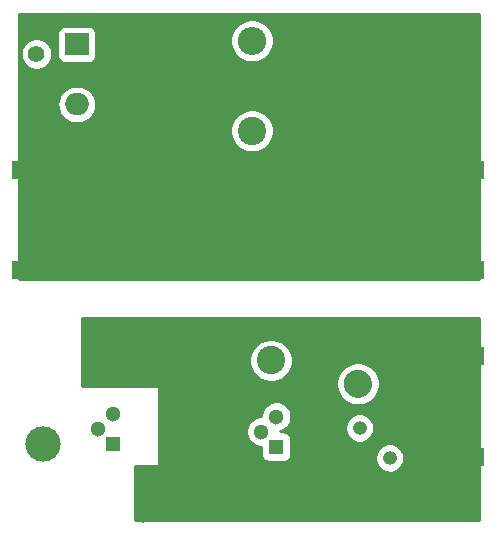
<source format=gbr>
%TF.GenerationSoftware,KiCad,Pcbnew,5.1.7-a382d34a88~89~ubuntu20.04.1*%
%TF.CreationDate,2021-11-17T19:13:42+01:00*%
%TF.ProjectId,miniWhip,6d696e69-5768-4697-902e-6b696361645f,rev?*%
%TF.SameCoordinates,Original*%
%TF.FileFunction,Copper,L2,Bot*%
%TF.FilePolarity,Positive*%
%FSLAX46Y46*%
G04 Gerber Fmt 4.6, Leading zero omitted, Abs format (unit mm)*
G04 Created by KiCad (PCBNEW 5.1.7-a382d34a88~89~ubuntu20.04.1) date 2021-11-17 19:13:42*
%MOMM*%
%LPD*%
G01*
G04 APERTURE LIST*
%TA.AperFunction,ComponentPad*%
%ADD10R,1.300000X1.300000*%
%TD*%
%TA.AperFunction,ComponentPad*%
%ADD11C,1.300000*%
%TD*%
%TA.AperFunction,ComponentPad*%
%ADD12C,1.400000*%
%TD*%
%TA.AperFunction,ComponentPad*%
%ADD13O,2.000000X1.905000*%
%TD*%
%TA.AperFunction,ComponentPad*%
%ADD14R,2.000000X1.905000*%
%TD*%
%TA.AperFunction,ComponentPad*%
%ADD15O,2.400000X2.400000*%
%TD*%
%TA.AperFunction,ComponentPad*%
%ADD16C,2.400000*%
%TD*%
%TA.AperFunction,SMDPad,CuDef*%
%ADD17R,5.080000X1.500000*%
%TD*%
%TA.AperFunction,ComponentPad*%
%ADD18C,3.000000*%
%TD*%
%TA.AperFunction,ComponentPad*%
%ADD19O,1.200000X1.600000*%
%TD*%
%TA.AperFunction,ComponentPad*%
%ADD20O,1.200000X1.200000*%
%TD*%
%TA.AperFunction,ViaPad*%
%ADD21C,0.800000*%
%TD*%
%TA.AperFunction,Conductor*%
%ADD22C,0.254000*%
%TD*%
%TA.AperFunction,Conductor*%
%ADD23C,0.100000*%
%TD*%
G04 APERTURE END LIST*
D10*
%TO.P,Q1,1*%
%TO.N,Net-(D5-Pad2)*%
X39621000Y-66324000D03*
D11*
%TO.P,Q1,3*%
%TO.N,Net-(C11-Pad1)*%
X39621000Y-63784000D03*
%TO.P,Q1,2*%
%TO.N,Net-(C13-Pad1)*%
X38351000Y-65054000D03*
%TD*%
D12*
%TO.P,TP2,2*%
%TO.N,GND*%
X33121000Y-35864000D03*
%TO.P,TP2,1*%
%TO.N,Net-(C15-Pad1)*%
X33121000Y-33324000D03*
%TD*%
D13*
%TO.P,U2,3*%
%TO.N,Net-(C17-Pad1)*%
X36521000Y-37604000D03*
%TO.P,U2,2*%
%TO.N,GND*%
X36521000Y-35064000D03*
D14*
%TO.P,U2,1*%
%TO.N,Net-(C15-Pad1)*%
X36521000Y-32524000D03*
%TD*%
D15*
%TO.P,R23,2*%
%TO.N,Net-(C17-Pad1)*%
X51371000Y-32204000D03*
D16*
%TO.P,R23,1*%
%TO.N,Net-(L1-Pad2)*%
X51371000Y-39824000D03*
%TD*%
D17*
%TO.P,J6,2*%
%TO.N,GND*%
X68471000Y-43124000D03*
X68471000Y-51624000D03*
%TD*%
%TO.P,J5,2*%
%TO.N,GND*%
X33571000Y-51624000D03*
X33571000Y-43124000D03*
%TD*%
D18*
%TO.P,TP1,1*%
%TO.N,Net-(D5-Pad2)*%
X33671000Y-66374000D03*
%TD*%
D17*
%TO.P,J4,2*%
%TO.N,GND*%
X68471000Y-67424000D03*
X68471000Y-58924000D03*
%TD*%
D10*
%TO.P,Q2,1*%
%TO.N,Net-(Q2-Pad1)*%
X53421000Y-66574000D03*
D11*
%TO.P,Q2,3*%
%TO.N,Net-(Q2-Pad3)*%
X53421000Y-64034000D03*
%TO.P,Q2,2*%
%TO.N,Net-(C13-Pad2)*%
X52151000Y-65304000D03*
%TD*%
D19*
%TO.P,Q3,1*%
%TO.N,GND*%
X60471000Y-70074000D03*
D20*
%TO.P,Q3,2*%
%TO.N,Net-(Q2-Pad1)*%
X63011000Y-67534000D03*
%TO.P,Q3,3*%
%TO.N,Net-(Q2-Pad3)*%
X60471000Y-64994000D03*
%TD*%
D16*
%TO.P,R19,1*%
%TO.N,Net-(C11-Pad1)*%
X52971000Y-59274000D03*
%TO.P,R19,2*%
%TO.N,Net-(Q2-Pad3)*%
%TA.AperFunction,ComponentPad*%
G36*
G01*
X59172244Y-60935618D02*
X59172244Y-60935618D01*
G75*
G02*
X60641938Y-60087090I1159111J-310583D01*
G01*
X60641938Y-60087090D01*
G75*
G02*
X61490466Y-61556784I-310583J-1159111D01*
G01*
X61490466Y-61556784D01*
G75*
G02*
X60020772Y-62405312I-1159111J310583D01*
G01*
X60020772Y-62405312D01*
G75*
G02*
X59172244Y-60935618I310583J1159111D01*
G01*
G37*
%TD.AperFunction*%
%TD*%
D21*
%TO.N,GND*%
X40721000Y-39524000D03*
X40721000Y-34324000D03*
X40721000Y-32624000D03*
X42621000Y-34074000D03*
X42621000Y-32574000D03*
X42621000Y-39574000D03*
X66471000Y-39574000D03*
X64871000Y-39574000D03*
X64871000Y-38074000D03*
X66471000Y-38074000D03*
X66471000Y-41074000D03*
X64871000Y-41074000D03*
X35971000Y-43174000D03*
X34871000Y-43174000D03*
X33771000Y-43174000D03*
X32671000Y-43174000D03*
X31571000Y-43174000D03*
X42121000Y-72574000D03*
X48471000Y-72074000D03*
X44171000Y-69674000D03*
X53371000Y-72274000D03*
X70471000Y-67374000D03*
X69471000Y-67374000D03*
X68471000Y-67374000D03*
X67471000Y-67374000D03*
X66371000Y-67374000D03*
X64371000Y-57174000D03*
X48471000Y-63774000D03*
X50271000Y-63774000D03*
X49471000Y-62474000D03*
X52271000Y-62174000D03*
X54571000Y-62174000D03*
X58371000Y-63374000D03*
X55671000Y-63374000D03*
X62971000Y-64574000D03*
X44371000Y-71974000D03*
X51871000Y-72324000D03*
X50371000Y-72324000D03*
X55371000Y-72324000D03*
X57121000Y-72324000D03*
X58871000Y-72324000D03*
X60621000Y-72324000D03*
X62371000Y-72324000D03*
X64121000Y-72324000D03*
X66121000Y-72324000D03*
X68121000Y-72324000D03*
X70121000Y-72324000D03*
X70121000Y-70574000D03*
X70121000Y-68824000D03*
X61871000Y-70074000D03*
X59121000Y-70074000D03*
X61871000Y-71074000D03*
X59121000Y-71074000D03*
X59121000Y-69074000D03*
X61871000Y-69074000D03*
X62871000Y-71074000D03*
X62871000Y-70074000D03*
X62871000Y-69074000D03*
X58121000Y-69074000D03*
X58121000Y-70074000D03*
X58121000Y-71074000D03*
X37871000Y-58074000D03*
X39121000Y-57174000D03*
X40871000Y-57174000D03*
X42621000Y-57174000D03*
X44621000Y-57174000D03*
X46621000Y-57174000D03*
X48621000Y-57174000D03*
X50871000Y-57174000D03*
X53371000Y-57174000D03*
X55621000Y-57174000D03*
X57871000Y-57174000D03*
X60121000Y-57174000D03*
X62371000Y-57174000D03*
X66371000Y-58874000D03*
X70471000Y-58874000D03*
X68471000Y-58874000D03*
X69471000Y-58874000D03*
X67471000Y-58874000D03*
X34871000Y-51674000D03*
X31571000Y-51674000D03*
X35971000Y-51674000D03*
X32671000Y-51674000D03*
X33771000Y-51674000D03*
X68271000Y-43174000D03*
X66071000Y-43174000D03*
X67171000Y-43174000D03*
X69371000Y-43174000D03*
X70471000Y-43174000D03*
X65971000Y-51674000D03*
X70371000Y-51674000D03*
X69271000Y-51674000D03*
X67071000Y-51674000D03*
X68171000Y-51674000D03*
X56871000Y-61174000D03*
X68121000Y-70574000D03*
X66121000Y-70574000D03*
X64121000Y-70574000D03*
X64121000Y-68824000D03*
X66121000Y-68824000D03*
X68121000Y-68824000D03*
%TD*%
D22*
%TO.N,GND*%
X70587000Y-72814000D02*
X41498000Y-72814000D01*
X41498000Y-68201000D01*
X43371000Y-68201000D01*
X43395776Y-68198560D01*
X43419601Y-68191333D01*
X43441557Y-68179597D01*
X43460803Y-68163803D01*
X43476597Y-68144557D01*
X43488333Y-68122601D01*
X43495560Y-68098776D01*
X43498000Y-68074000D01*
X43498000Y-65177439D01*
X50866000Y-65177439D01*
X50866000Y-65430561D01*
X50915381Y-65678821D01*
X51012247Y-65912676D01*
X51152875Y-66123140D01*
X51331860Y-66302125D01*
X51542324Y-66442753D01*
X51776179Y-66539619D01*
X52024439Y-66589000D01*
X52132928Y-66589000D01*
X52132928Y-67224000D01*
X52145188Y-67348482D01*
X52181498Y-67468180D01*
X52240463Y-67578494D01*
X52319815Y-67675185D01*
X52416506Y-67754537D01*
X52526820Y-67813502D01*
X52646518Y-67849812D01*
X52771000Y-67862072D01*
X54071000Y-67862072D01*
X54195482Y-67849812D01*
X54315180Y-67813502D01*
X54425494Y-67754537D01*
X54522185Y-67675185D01*
X54601537Y-67578494D01*
X54660502Y-67468180D01*
X54677433Y-67412363D01*
X61776000Y-67412363D01*
X61776000Y-67655637D01*
X61823460Y-67894236D01*
X61916557Y-68118992D01*
X62051713Y-68321267D01*
X62223733Y-68493287D01*
X62426008Y-68628443D01*
X62650764Y-68721540D01*
X62889363Y-68769000D01*
X63132637Y-68769000D01*
X63371236Y-68721540D01*
X63595992Y-68628443D01*
X63798267Y-68493287D01*
X63970287Y-68321267D01*
X64105443Y-68118992D01*
X64198540Y-67894236D01*
X64246000Y-67655637D01*
X64246000Y-67412363D01*
X64198540Y-67173764D01*
X64105443Y-66949008D01*
X63970287Y-66746733D01*
X63798267Y-66574713D01*
X63595992Y-66439557D01*
X63371236Y-66346460D01*
X63132637Y-66299000D01*
X62889363Y-66299000D01*
X62650764Y-66346460D01*
X62426008Y-66439557D01*
X62223733Y-66574713D01*
X62051713Y-66746733D01*
X61916557Y-66949008D01*
X61823460Y-67173764D01*
X61776000Y-67412363D01*
X54677433Y-67412363D01*
X54696812Y-67348482D01*
X54709072Y-67224000D01*
X54709072Y-65924000D01*
X54696812Y-65799518D01*
X54660502Y-65679820D01*
X54601537Y-65569506D01*
X54522185Y-65472815D01*
X54425494Y-65393463D01*
X54315180Y-65334498D01*
X54195482Y-65298188D01*
X54071000Y-65285928D01*
X53713828Y-65285928D01*
X53795821Y-65269619D01*
X54029676Y-65172753D01*
X54240140Y-65032125D01*
X54399902Y-64872363D01*
X59236000Y-64872363D01*
X59236000Y-65115637D01*
X59283460Y-65354236D01*
X59376557Y-65578992D01*
X59511713Y-65781267D01*
X59683733Y-65953287D01*
X59886008Y-66088443D01*
X60110764Y-66181540D01*
X60349363Y-66229000D01*
X60592637Y-66229000D01*
X60831236Y-66181540D01*
X61055992Y-66088443D01*
X61258267Y-65953287D01*
X61430287Y-65781267D01*
X61565443Y-65578992D01*
X61658540Y-65354236D01*
X61706000Y-65115637D01*
X61706000Y-64872363D01*
X61658540Y-64633764D01*
X61565443Y-64409008D01*
X61430287Y-64206733D01*
X61258267Y-64034713D01*
X61055992Y-63899557D01*
X60831236Y-63806460D01*
X60592637Y-63759000D01*
X60349363Y-63759000D01*
X60110764Y-63806460D01*
X59886008Y-63899557D01*
X59683733Y-64034713D01*
X59511713Y-64206733D01*
X59376557Y-64409008D01*
X59283460Y-64633764D01*
X59236000Y-64872363D01*
X54399902Y-64872363D01*
X54419125Y-64853140D01*
X54559753Y-64642676D01*
X54656619Y-64408821D01*
X54706000Y-64160561D01*
X54706000Y-63907439D01*
X54656619Y-63659179D01*
X54559753Y-63425324D01*
X54419125Y-63214860D01*
X54240140Y-63035875D01*
X54029676Y-62895247D01*
X53795821Y-62798381D01*
X53547561Y-62749000D01*
X53294439Y-62749000D01*
X53046179Y-62798381D01*
X52812324Y-62895247D01*
X52601860Y-63035875D01*
X52422875Y-63214860D01*
X52282247Y-63425324D01*
X52185381Y-63659179D01*
X52136000Y-63907439D01*
X52136000Y-64019000D01*
X52024439Y-64019000D01*
X51776179Y-64068381D01*
X51542324Y-64165247D01*
X51331860Y-64305875D01*
X51152875Y-64484860D01*
X51012247Y-64695324D01*
X50915381Y-64929179D01*
X50866000Y-65177439D01*
X43498000Y-65177439D01*
X43498000Y-61574000D01*
X43495560Y-61549224D01*
X43488333Y-61525399D01*
X43476597Y-61503443D01*
X43460803Y-61484197D01*
X43441557Y-61468403D01*
X43419601Y-61456667D01*
X43395776Y-61449440D01*
X43371000Y-61447000D01*
X36998000Y-61447000D01*
X36998000Y-59093268D01*
X51136000Y-59093268D01*
X51136000Y-59454732D01*
X51206518Y-59809250D01*
X51344844Y-60143199D01*
X51545662Y-60443744D01*
X51801256Y-60699338D01*
X52101801Y-60900156D01*
X52435750Y-61038482D01*
X52790268Y-61109000D01*
X53151732Y-61109000D01*
X53370577Y-61065469D01*
X58496355Y-61065469D01*
X58496355Y-61426933D01*
X58566873Y-61781451D01*
X58705199Y-62115400D01*
X58906017Y-62415945D01*
X59161611Y-62671539D01*
X59462156Y-62872357D01*
X59796105Y-63010683D01*
X60150623Y-63081201D01*
X60512087Y-63081201D01*
X60866605Y-63010683D01*
X61200554Y-62872357D01*
X61501099Y-62671539D01*
X61756693Y-62415945D01*
X61957511Y-62115400D01*
X62095837Y-61781451D01*
X62166355Y-61426933D01*
X62166355Y-61065469D01*
X62095837Y-60710951D01*
X61957511Y-60377002D01*
X61756693Y-60076457D01*
X61501099Y-59820863D01*
X61200554Y-59620045D01*
X60866605Y-59481719D01*
X60512087Y-59411201D01*
X60150623Y-59411201D01*
X59796105Y-59481719D01*
X59462156Y-59620045D01*
X59161611Y-59820863D01*
X58906017Y-60076457D01*
X58705199Y-60377002D01*
X58566873Y-60710951D01*
X58496355Y-61065469D01*
X53370577Y-61065469D01*
X53506250Y-61038482D01*
X53840199Y-60900156D01*
X54140744Y-60699338D01*
X54396338Y-60443744D01*
X54597156Y-60143199D01*
X54735482Y-59809250D01*
X54806000Y-59454732D01*
X54806000Y-59093268D01*
X54735482Y-58738750D01*
X54597156Y-58404801D01*
X54396338Y-58104256D01*
X54140744Y-57848662D01*
X53840199Y-57647844D01*
X53506250Y-57509518D01*
X53151732Y-57439000D01*
X52790268Y-57439000D01*
X52435750Y-57509518D01*
X52101801Y-57647844D01*
X51801256Y-57848662D01*
X51545662Y-58104256D01*
X51344844Y-58404801D01*
X51206518Y-58738750D01*
X51136000Y-59093268D01*
X36998000Y-59093268D01*
X36998000Y-55701000D01*
X70587000Y-55701000D01*
X70587000Y-72814000D01*
%TA.AperFunction,Conductor*%
D23*
G36*
X70587000Y-72814000D02*
G01*
X41498000Y-72814000D01*
X41498000Y-68201000D01*
X43371000Y-68201000D01*
X43395776Y-68198560D01*
X43419601Y-68191333D01*
X43441557Y-68179597D01*
X43460803Y-68163803D01*
X43476597Y-68144557D01*
X43488333Y-68122601D01*
X43495560Y-68098776D01*
X43498000Y-68074000D01*
X43498000Y-65177439D01*
X50866000Y-65177439D01*
X50866000Y-65430561D01*
X50915381Y-65678821D01*
X51012247Y-65912676D01*
X51152875Y-66123140D01*
X51331860Y-66302125D01*
X51542324Y-66442753D01*
X51776179Y-66539619D01*
X52024439Y-66589000D01*
X52132928Y-66589000D01*
X52132928Y-67224000D01*
X52145188Y-67348482D01*
X52181498Y-67468180D01*
X52240463Y-67578494D01*
X52319815Y-67675185D01*
X52416506Y-67754537D01*
X52526820Y-67813502D01*
X52646518Y-67849812D01*
X52771000Y-67862072D01*
X54071000Y-67862072D01*
X54195482Y-67849812D01*
X54315180Y-67813502D01*
X54425494Y-67754537D01*
X54522185Y-67675185D01*
X54601537Y-67578494D01*
X54660502Y-67468180D01*
X54677433Y-67412363D01*
X61776000Y-67412363D01*
X61776000Y-67655637D01*
X61823460Y-67894236D01*
X61916557Y-68118992D01*
X62051713Y-68321267D01*
X62223733Y-68493287D01*
X62426008Y-68628443D01*
X62650764Y-68721540D01*
X62889363Y-68769000D01*
X63132637Y-68769000D01*
X63371236Y-68721540D01*
X63595992Y-68628443D01*
X63798267Y-68493287D01*
X63970287Y-68321267D01*
X64105443Y-68118992D01*
X64198540Y-67894236D01*
X64246000Y-67655637D01*
X64246000Y-67412363D01*
X64198540Y-67173764D01*
X64105443Y-66949008D01*
X63970287Y-66746733D01*
X63798267Y-66574713D01*
X63595992Y-66439557D01*
X63371236Y-66346460D01*
X63132637Y-66299000D01*
X62889363Y-66299000D01*
X62650764Y-66346460D01*
X62426008Y-66439557D01*
X62223733Y-66574713D01*
X62051713Y-66746733D01*
X61916557Y-66949008D01*
X61823460Y-67173764D01*
X61776000Y-67412363D01*
X54677433Y-67412363D01*
X54696812Y-67348482D01*
X54709072Y-67224000D01*
X54709072Y-65924000D01*
X54696812Y-65799518D01*
X54660502Y-65679820D01*
X54601537Y-65569506D01*
X54522185Y-65472815D01*
X54425494Y-65393463D01*
X54315180Y-65334498D01*
X54195482Y-65298188D01*
X54071000Y-65285928D01*
X53713828Y-65285928D01*
X53795821Y-65269619D01*
X54029676Y-65172753D01*
X54240140Y-65032125D01*
X54399902Y-64872363D01*
X59236000Y-64872363D01*
X59236000Y-65115637D01*
X59283460Y-65354236D01*
X59376557Y-65578992D01*
X59511713Y-65781267D01*
X59683733Y-65953287D01*
X59886008Y-66088443D01*
X60110764Y-66181540D01*
X60349363Y-66229000D01*
X60592637Y-66229000D01*
X60831236Y-66181540D01*
X61055992Y-66088443D01*
X61258267Y-65953287D01*
X61430287Y-65781267D01*
X61565443Y-65578992D01*
X61658540Y-65354236D01*
X61706000Y-65115637D01*
X61706000Y-64872363D01*
X61658540Y-64633764D01*
X61565443Y-64409008D01*
X61430287Y-64206733D01*
X61258267Y-64034713D01*
X61055992Y-63899557D01*
X60831236Y-63806460D01*
X60592637Y-63759000D01*
X60349363Y-63759000D01*
X60110764Y-63806460D01*
X59886008Y-63899557D01*
X59683733Y-64034713D01*
X59511713Y-64206733D01*
X59376557Y-64409008D01*
X59283460Y-64633764D01*
X59236000Y-64872363D01*
X54399902Y-64872363D01*
X54419125Y-64853140D01*
X54559753Y-64642676D01*
X54656619Y-64408821D01*
X54706000Y-64160561D01*
X54706000Y-63907439D01*
X54656619Y-63659179D01*
X54559753Y-63425324D01*
X54419125Y-63214860D01*
X54240140Y-63035875D01*
X54029676Y-62895247D01*
X53795821Y-62798381D01*
X53547561Y-62749000D01*
X53294439Y-62749000D01*
X53046179Y-62798381D01*
X52812324Y-62895247D01*
X52601860Y-63035875D01*
X52422875Y-63214860D01*
X52282247Y-63425324D01*
X52185381Y-63659179D01*
X52136000Y-63907439D01*
X52136000Y-64019000D01*
X52024439Y-64019000D01*
X51776179Y-64068381D01*
X51542324Y-64165247D01*
X51331860Y-64305875D01*
X51152875Y-64484860D01*
X51012247Y-64695324D01*
X50915381Y-64929179D01*
X50866000Y-65177439D01*
X43498000Y-65177439D01*
X43498000Y-61574000D01*
X43495560Y-61549224D01*
X43488333Y-61525399D01*
X43476597Y-61503443D01*
X43460803Y-61484197D01*
X43441557Y-61468403D01*
X43419601Y-61456667D01*
X43395776Y-61449440D01*
X43371000Y-61447000D01*
X36998000Y-61447000D01*
X36998000Y-59093268D01*
X51136000Y-59093268D01*
X51136000Y-59454732D01*
X51206518Y-59809250D01*
X51344844Y-60143199D01*
X51545662Y-60443744D01*
X51801256Y-60699338D01*
X52101801Y-60900156D01*
X52435750Y-61038482D01*
X52790268Y-61109000D01*
X53151732Y-61109000D01*
X53370577Y-61065469D01*
X58496355Y-61065469D01*
X58496355Y-61426933D01*
X58566873Y-61781451D01*
X58705199Y-62115400D01*
X58906017Y-62415945D01*
X59161611Y-62671539D01*
X59462156Y-62872357D01*
X59796105Y-63010683D01*
X60150623Y-63081201D01*
X60512087Y-63081201D01*
X60866605Y-63010683D01*
X61200554Y-62872357D01*
X61501099Y-62671539D01*
X61756693Y-62415945D01*
X61957511Y-62115400D01*
X62095837Y-61781451D01*
X62166355Y-61426933D01*
X62166355Y-61065469D01*
X62095837Y-60710951D01*
X61957511Y-60377002D01*
X61756693Y-60076457D01*
X61501099Y-59820863D01*
X61200554Y-59620045D01*
X60866605Y-59481719D01*
X60512087Y-59411201D01*
X60150623Y-59411201D01*
X59796105Y-59481719D01*
X59462156Y-59620045D01*
X59161611Y-59820863D01*
X58906017Y-60076457D01*
X58705199Y-60377002D01*
X58566873Y-60710951D01*
X58496355Y-61065469D01*
X53370577Y-61065469D01*
X53506250Y-61038482D01*
X53840199Y-60900156D01*
X54140744Y-60699338D01*
X54396338Y-60443744D01*
X54597156Y-60143199D01*
X54735482Y-59809250D01*
X54806000Y-59454732D01*
X54806000Y-59093268D01*
X54735482Y-58738750D01*
X54597156Y-58404801D01*
X54396338Y-58104256D01*
X54140744Y-57848662D01*
X53840199Y-57647844D01*
X53506250Y-57509518D01*
X53151732Y-57439000D01*
X52790268Y-57439000D01*
X52435750Y-57509518D01*
X52101801Y-57647844D01*
X51801256Y-57848662D01*
X51545662Y-58104256D01*
X51344844Y-58404801D01*
X51206518Y-58738750D01*
X51136000Y-59093268D01*
X36998000Y-59093268D01*
X36998000Y-55701000D01*
X70587000Y-55701000D01*
X70587000Y-72814000D01*
G37*
%TD.AperFunction*%
%TD*%
D22*
%TO.N,GND*%
X70587000Y-52347000D02*
X31631000Y-52347000D01*
X31631000Y-39643268D01*
X49536000Y-39643268D01*
X49536000Y-40004732D01*
X49606518Y-40359250D01*
X49744844Y-40693199D01*
X49945662Y-40993744D01*
X50201256Y-41249338D01*
X50501801Y-41450156D01*
X50835750Y-41588482D01*
X51190268Y-41659000D01*
X51551732Y-41659000D01*
X51906250Y-41588482D01*
X52240199Y-41450156D01*
X52540744Y-41249338D01*
X52796338Y-40993744D01*
X52997156Y-40693199D01*
X53135482Y-40359250D01*
X53206000Y-40004732D01*
X53206000Y-39643268D01*
X53135482Y-39288750D01*
X52997156Y-38954801D01*
X52796338Y-38654256D01*
X52540744Y-38398662D01*
X52240199Y-38197844D01*
X51906250Y-38059518D01*
X51551732Y-37989000D01*
X51190268Y-37989000D01*
X50835750Y-38059518D01*
X50501801Y-38197844D01*
X50201256Y-38398662D01*
X49945662Y-38654256D01*
X49744844Y-38954801D01*
X49606518Y-39288750D01*
X49536000Y-39643268D01*
X31631000Y-39643268D01*
X31631000Y-37604000D01*
X34878319Y-37604000D01*
X34908970Y-37915204D01*
X34999745Y-38214449D01*
X35147155Y-38490235D01*
X35345537Y-38731963D01*
X35587265Y-38930345D01*
X35863051Y-39077755D01*
X36162296Y-39168530D01*
X36395514Y-39191500D01*
X36646486Y-39191500D01*
X36879704Y-39168530D01*
X37178949Y-39077755D01*
X37454735Y-38930345D01*
X37696463Y-38731963D01*
X37894845Y-38490235D01*
X38042255Y-38214449D01*
X38133030Y-37915204D01*
X38163681Y-37604000D01*
X38133030Y-37292796D01*
X38042255Y-36993551D01*
X37894845Y-36717765D01*
X37696463Y-36476037D01*
X37454735Y-36277655D01*
X37178949Y-36130245D01*
X36879704Y-36039470D01*
X36646486Y-36016500D01*
X36395514Y-36016500D01*
X36162296Y-36039470D01*
X35863051Y-36130245D01*
X35587265Y-36277655D01*
X35345537Y-36476037D01*
X35147155Y-36717765D01*
X34999745Y-36993551D01*
X34908970Y-37292796D01*
X34878319Y-37604000D01*
X31631000Y-37604000D01*
X31631000Y-33192514D01*
X31786000Y-33192514D01*
X31786000Y-33455486D01*
X31837304Y-33713405D01*
X31937939Y-33956359D01*
X32084038Y-34175013D01*
X32269987Y-34360962D01*
X32488641Y-34507061D01*
X32731595Y-34607696D01*
X32989514Y-34659000D01*
X33252486Y-34659000D01*
X33510405Y-34607696D01*
X33753359Y-34507061D01*
X33972013Y-34360962D01*
X34157962Y-34175013D01*
X34304061Y-33956359D01*
X34404696Y-33713405D01*
X34456000Y-33455486D01*
X34456000Y-33192514D01*
X34404696Y-32934595D01*
X34304061Y-32691641D01*
X34157962Y-32472987D01*
X33972013Y-32287038D01*
X33753359Y-32140939D01*
X33510405Y-32040304D01*
X33252486Y-31989000D01*
X32989514Y-31989000D01*
X32731595Y-32040304D01*
X32488641Y-32140939D01*
X32269987Y-32287038D01*
X32084038Y-32472987D01*
X31937939Y-32691641D01*
X31837304Y-32934595D01*
X31786000Y-33192514D01*
X31631000Y-33192514D01*
X31631000Y-31571500D01*
X34882928Y-31571500D01*
X34882928Y-33476500D01*
X34895188Y-33600982D01*
X34931498Y-33720680D01*
X34990463Y-33830994D01*
X35069815Y-33927685D01*
X35166506Y-34007037D01*
X35276820Y-34066002D01*
X35396518Y-34102312D01*
X35521000Y-34114572D01*
X37521000Y-34114572D01*
X37645482Y-34102312D01*
X37765180Y-34066002D01*
X37875494Y-34007037D01*
X37972185Y-33927685D01*
X38051537Y-33830994D01*
X38110502Y-33720680D01*
X38146812Y-33600982D01*
X38159072Y-33476500D01*
X38159072Y-32023268D01*
X49536000Y-32023268D01*
X49536000Y-32384732D01*
X49606518Y-32739250D01*
X49744844Y-33073199D01*
X49945662Y-33373744D01*
X50201256Y-33629338D01*
X50501801Y-33830156D01*
X50835750Y-33968482D01*
X51190268Y-34039000D01*
X51551732Y-34039000D01*
X51906250Y-33968482D01*
X52240199Y-33830156D01*
X52540744Y-33629338D01*
X52796338Y-33373744D01*
X52997156Y-33073199D01*
X53135482Y-32739250D01*
X53206000Y-32384732D01*
X53206000Y-32023268D01*
X53135482Y-31668750D01*
X52997156Y-31334801D01*
X52796338Y-31034256D01*
X52540744Y-30778662D01*
X52240199Y-30577844D01*
X51906250Y-30439518D01*
X51551732Y-30369000D01*
X51190268Y-30369000D01*
X50835750Y-30439518D01*
X50501801Y-30577844D01*
X50201256Y-30778662D01*
X49945662Y-31034256D01*
X49744844Y-31334801D01*
X49606518Y-31668750D01*
X49536000Y-32023268D01*
X38159072Y-32023268D01*
X38159072Y-31571500D01*
X38146812Y-31447018D01*
X38110502Y-31327320D01*
X38051537Y-31217006D01*
X37972185Y-31120315D01*
X37875494Y-31040963D01*
X37765180Y-30981998D01*
X37645482Y-30945688D01*
X37521000Y-30933428D01*
X35521000Y-30933428D01*
X35396518Y-30945688D01*
X35276820Y-30981998D01*
X35166506Y-31040963D01*
X35069815Y-31120315D01*
X34990463Y-31217006D01*
X34931498Y-31327320D01*
X34895188Y-31447018D01*
X34882928Y-31571500D01*
X31631000Y-31571500D01*
X31631000Y-29933991D01*
X70587001Y-29933508D01*
X70587000Y-52347000D01*
%TA.AperFunction,Conductor*%
D23*
G36*
X70587000Y-52347000D02*
G01*
X31631000Y-52347000D01*
X31631000Y-39643268D01*
X49536000Y-39643268D01*
X49536000Y-40004732D01*
X49606518Y-40359250D01*
X49744844Y-40693199D01*
X49945662Y-40993744D01*
X50201256Y-41249338D01*
X50501801Y-41450156D01*
X50835750Y-41588482D01*
X51190268Y-41659000D01*
X51551732Y-41659000D01*
X51906250Y-41588482D01*
X52240199Y-41450156D01*
X52540744Y-41249338D01*
X52796338Y-40993744D01*
X52997156Y-40693199D01*
X53135482Y-40359250D01*
X53206000Y-40004732D01*
X53206000Y-39643268D01*
X53135482Y-39288750D01*
X52997156Y-38954801D01*
X52796338Y-38654256D01*
X52540744Y-38398662D01*
X52240199Y-38197844D01*
X51906250Y-38059518D01*
X51551732Y-37989000D01*
X51190268Y-37989000D01*
X50835750Y-38059518D01*
X50501801Y-38197844D01*
X50201256Y-38398662D01*
X49945662Y-38654256D01*
X49744844Y-38954801D01*
X49606518Y-39288750D01*
X49536000Y-39643268D01*
X31631000Y-39643268D01*
X31631000Y-37604000D01*
X34878319Y-37604000D01*
X34908970Y-37915204D01*
X34999745Y-38214449D01*
X35147155Y-38490235D01*
X35345537Y-38731963D01*
X35587265Y-38930345D01*
X35863051Y-39077755D01*
X36162296Y-39168530D01*
X36395514Y-39191500D01*
X36646486Y-39191500D01*
X36879704Y-39168530D01*
X37178949Y-39077755D01*
X37454735Y-38930345D01*
X37696463Y-38731963D01*
X37894845Y-38490235D01*
X38042255Y-38214449D01*
X38133030Y-37915204D01*
X38163681Y-37604000D01*
X38133030Y-37292796D01*
X38042255Y-36993551D01*
X37894845Y-36717765D01*
X37696463Y-36476037D01*
X37454735Y-36277655D01*
X37178949Y-36130245D01*
X36879704Y-36039470D01*
X36646486Y-36016500D01*
X36395514Y-36016500D01*
X36162296Y-36039470D01*
X35863051Y-36130245D01*
X35587265Y-36277655D01*
X35345537Y-36476037D01*
X35147155Y-36717765D01*
X34999745Y-36993551D01*
X34908970Y-37292796D01*
X34878319Y-37604000D01*
X31631000Y-37604000D01*
X31631000Y-33192514D01*
X31786000Y-33192514D01*
X31786000Y-33455486D01*
X31837304Y-33713405D01*
X31937939Y-33956359D01*
X32084038Y-34175013D01*
X32269987Y-34360962D01*
X32488641Y-34507061D01*
X32731595Y-34607696D01*
X32989514Y-34659000D01*
X33252486Y-34659000D01*
X33510405Y-34607696D01*
X33753359Y-34507061D01*
X33972013Y-34360962D01*
X34157962Y-34175013D01*
X34304061Y-33956359D01*
X34404696Y-33713405D01*
X34456000Y-33455486D01*
X34456000Y-33192514D01*
X34404696Y-32934595D01*
X34304061Y-32691641D01*
X34157962Y-32472987D01*
X33972013Y-32287038D01*
X33753359Y-32140939D01*
X33510405Y-32040304D01*
X33252486Y-31989000D01*
X32989514Y-31989000D01*
X32731595Y-32040304D01*
X32488641Y-32140939D01*
X32269987Y-32287038D01*
X32084038Y-32472987D01*
X31937939Y-32691641D01*
X31837304Y-32934595D01*
X31786000Y-33192514D01*
X31631000Y-33192514D01*
X31631000Y-31571500D01*
X34882928Y-31571500D01*
X34882928Y-33476500D01*
X34895188Y-33600982D01*
X34931498Y-33720680D01*
X34990463Y-33830994D01*
X35069815Y-33927685D01*
X35166506Y-34007037D01*
X35276820Y-34066002D01*
X35396518Y-34102312D01*
X35521000Y-34114572D01*
X37521000Y-34114572D01*
X37645482Y-34102312D01*
X37765180Y-34066002D01*
X37875494Y-34007037D01*
X37972185Y-33927685D01*
X38051537Y-33830994D01*
X38110502Y-33720680D01*
X38146812Y-33600982D01*
X38159072Y-33476500D01*
X38159072Y-32023268D01*
X49536000Y-32023268D01*
X49536000Y-32384732D01*
X49606518Y-32739250D01*
X49744844Y-33073199D01*
X49945662Y-33373744D01*
X50201256Y-33629338D01*
X50501801Y-33830156D01*
X50835750Y-33968482D01*
X51190268Y-34039000D01*
X51551732Y-34039000D01*
X51906250Y-33968482D01*
X52240199Y-33830156D01*
X52540744Y-33629338D01*
X52796338Y-33373744D01*
X52997156Y-33073199D01*
X53135482Y-32739250D01*
X53206000Y-32384732D01*
X53206000Y-32023268D01*
X53135482Y-31668750D01*
X52997156Y-31334801D01*
X52796338Y-31034256D01*
X52540744Y-30778662D01*
X52240199Y-30577844D01*
X51906250Y-30439518D01*
X51551732Y-30369000D01*
X51190268Y-30369000D01*
X50835750Y-30439518D01*
X50501801Y-30577844D01*
X50201256Y-30778662D01*
X49945662Y-31034256D01*
X49744844Y-31334801D01*
X49606518Y-31668750D01*
X49536000Y-32023268D01*
X38159072Y-32023268D01*
X38159072Y-31571500D01*
X38146812Y-31447018D01*
X38110502Y-31327320D01*
X38051537Y-31217006D01*
X37972185Y-31120315D01*
X37875494Y-31040963D01*
X37765180Y-30981998D01*
X37645482Y-30945688D01*
X37521000Y-30933428D01*
X35521000Y-30933428D01*
X35396518Y-30945688D01*
X35276820Y-30981998D01*
X35166506Y-31040963D01*
X35069815Y-31120315D01*
X34990463Y-31217006D01*
X34931498Y-31327320D01*
X34895188Y-31447018D01*
X34882928Y-31571500D01*
X31631000Y-31571500D01*
X31631000Y-29933991D01*
X70587001Y-29933508D01*
X70587000Y-52347000D01*
G37*
%TD.AperFunction*%
%TD*%
M02*

</source>
